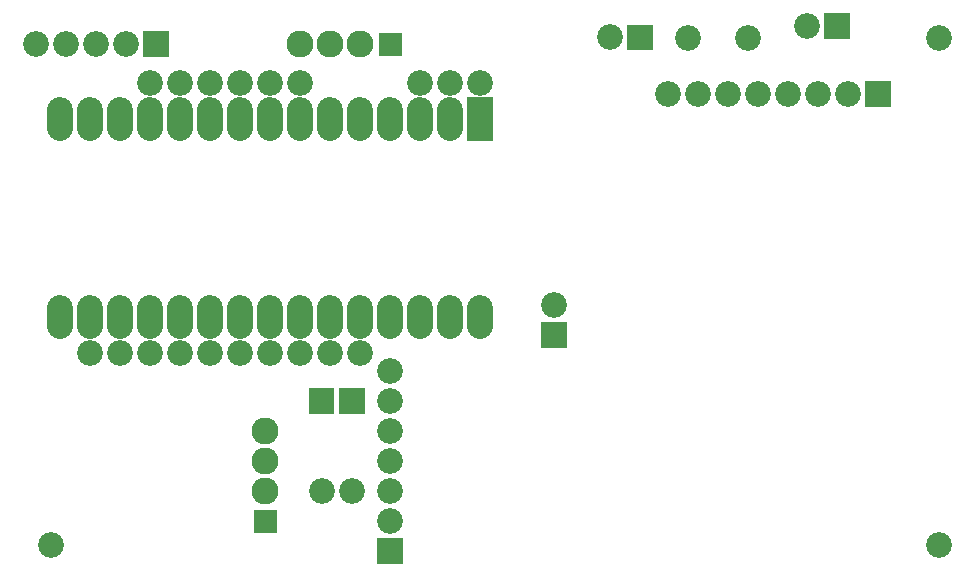
<source format=gts>
G04 start of page 2 for group 2 layer_idx 8 *
G04 Title: (unknown), top_mask *
G04 Creator: pcb-rnd 3.1.0-dev *
G04 CreationDate: 2023-02-07 00:46:01 UTC *
G04 For: esh *
G04 Format: Gerber/RS-274X *
G04 PCB-Dimensions: 322000 195000 *
G04 PCB-Coordinate-Origin: lower left *
%MOIN*%
%FSLAX25Y25*%
%LNTOP_MASK_NONE_2*%
%ADD47C,0.0001*%
%ADD46C,0.0900*%
%ADD45C,0.0860*%
G54D45*X56000Y167000D03*
X46000D03*
X66000D03*
X76000D03*
X96000D03*
X136000D03*
G54D46*X96000Y180000D03*
X106000D03*
G54D47*G36*
X129800Y183800D02*X122200D01*
Y176200D01*
X129800D01*
Y183800D01*
G37*
G54D46*X116000Y180000D03*
G54D45*X146000Y167000D03*
X156000D03*
X86000D03*
X96000Y152000D02*Y158000D01*
X106000Y152000D02*Y158000D01*
X86000Y152000D02*Y158000D01*
X116000Y152000D02*Y158000D01*
X126000Y152000D02*Y158000D01*
X136000Y152000D02*Y158000D01*
G54D47*G36*
X151700Y162300D02*X160300D01*
Y147700D01*
X151700D01*
Y162300D01*
G37*
G54D45*X146000Y152000D02*Y158000D01*
X36000Y152000D02*Y158000D01*
X46000Y152000D02*Y158000D01*
X16000Y152000D02*Y158000D01*
X26000Y152000D02*Y158000D01*
X56000Y152000D02*Y158000D01*
X66000Y152000D02*Y158000D01*
X76000Y152000D02*Y158000D01*
G54D47*G36*
X52300Y184300D02*Y175700D01*
X43700D01*
Y184300D01*
X52300D01*
G37*
G54D45*X38000Y180000D03*
X28000D03*
X18000D03*
X8000D03*
X13000Y13000D03*
X66000Y77000D03*
X56000D03*
X46000D03*
X36000D03*
X26000D03*
X76000D03*
X96000D03*
X86000D03*
X116000D03*
X106000D03*
X126000Y92000D02*Y86000D01*
X116000Y92000D02*Y86000D01*
X156000Y92000D02*Y86000D01*
X146000Y92000D02*Y86000D01*
X136000Y92000D02*Y86000D01*
G54D47*G36*
X184800Y78700D02*X176200D01*
Y87300D01*
X184800D01*
Y78700D01*
G37*
G54D45*X180500Y93000D03*
X126000Y71000D03*
X106000Y92000D02*Y86000D01*
X96000Y92000D02*Y86000D01*
X86000Y92000D02*Y86000D01*
X46000Y92000D02*Y86000D01*
X36000Y92000D02*Y86000D01*
X26000Y92000D02*Y86000D01*
X16000Y92000D02*Y86000D01*
X76000Y92000D02*Y86000D01*
X66000Y92000D02*Y86000D01*
X56000Y92000D02*Y86000D01*
G54D46*X84457Y51000D03*
Y41000D03*
Y31000D03*
G54D47*G36*
X107450Y65442D02*Y56842D01*
X98850D01*
Y65442D01*
X107450D01*
G37*
G36*
X117686D02*Y56842D01*
X109086D01*
Y65442D01*
X117686D01*
G37*
G54D45*X126000Y51000D03*
Y61000D03*
X103150Y31142D03*
X113386D03*
X126000Y31000D03*
Y41000D03*
G54D47*G36*
X80657Y24800D02*Y17200D01*
X88257D01*
Y24800D01*
X80657D01*
G37*
G36*
X130300Y6700D02*X121700D01*
Y15300D01*
X130300D01*
Y6700D01*
G37*
G54D45*X126000Y21000D03*
X225200Y182100D03*
X218567Y163543D03*
X245200Y182100D03*
X238567Y163543D03*
X228567D03*
G54D47*G36*
X213600Y178000D02*X205000D01*
Y186600D01*
X213600D01*
Y178000D01*
G37*
G54D45*X199300Y182300D03*
G54D47*G36*
X279300Y190300D02*Y181700D01*
X270700D01*
Y190300D01*
X279300D01*
G37*
G54D45*X265000Y186000D03*
X278567Y163543D03*
X268567D03*
X309000Y182000D03*
G54D47*G36*
X292867Y167843D02*Y159243D01*
X284267D01*
Y167843D01*
X292867D01*
G37*
G54D45*X258567Y163543D03*
X248567D03*
X309000Y13000D03*
M02*

</source>
